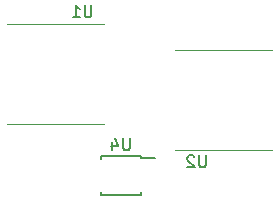
<source format=gbo>
G04 #@! TF.FileFunction,Legend,Bot*
%FSLAX46Y46*%
G04 Gerber Fmt 4.6, Leading zero omitted, Abs format (unit mm)*
G04 Created by KiCad (PCBNEW 4.0.7-e0-6372~58~ubuntu16.10.1) date Sun Sep 17 16:24:02 2017*
%MOMM*%
%LPD*%
G01*
G04 APERTURE LIST*
%ADD10C,0.100000*%
%ADD11C,0.150000*%
%ADD12C,0.120000*%
G04 APERTURE END LIST*
D10*
D11*
X28675000Y-21325000D02*
X28675000Y-21500000D01*
X25325000Y-21325000D02*
X25325000Y-21575000D01*
X25325000Y-24675000D02*
X25325000Y-24425000D01*
X28675000Y-24675000D02*
X28675000Y-24425000D01*
X28675000Y-21325000D02*
X25325000Y-21325000D01*
X28675000Y-24675000D02*
X25325000Y-24675000D01*
X28675000Y-21500000D02*
X29925000Y-21500000D01*
D12*
X25600000Y-10200000D02*
X17400000Y-10200000D01*
X25600000Y-18600000D02*
X17400000Y-18600000D01*
X31600000Y-20800000D02*
X39800000Y-20800000D01*
X31600000Y-12400000D02*
X39800000Y-12400000D01*
D11*
X27761905Y-19852381D02*
X27761905Y-20661905D01*
X27714286Y-20757143D01*
X27666667Y-20804762D01*
X27571429Y-20852381D01*
X27380952Y-20852381D01*
X27285714Y-20804762D01*
X27238095Y-20757143D01*
X27190476Y-20661905D01*
X27190476Y-19852381D01*
X26285714Y-20185714D02*
X26285714Y-20852381D01*
X26523810Y-19804762D02*
X26761905Y-20519048D01*
X26142857Y-20519048D01*
X24511905Y-8602381D02*
X24511905Y-9411905D01*
X24464286Y-9507143D01*
X24416667Y-9554762D01*
X24321429Y-9602381D01*
X24130952Y-9602381D01*
X24035714Y-9554762D01*
X23988095Y-9507143D01*
X23940476Y-9411905D01*
X23940476Y-8602381D01*
X22940476Y-9602381D02*
X23511905Y-9602381D01*
X23226191Y-9602381D02*
X23226191Y-8602381D01*
X23321429Y-8745238D01*
X23416667Y-8840476D01*
X23511905Y-8888095D01*
X34211905Y-21302381D02*
X34211905Y-22111905D01*
X34164286Y-22207143D01*
X34116667Y-22254762D01*
X34021429Y-22302381D01*
X33830952Y-22302381D01*
X33735714Y-22254762D01*
X33688095Y-22207143D01*
X33640476Y-22111905D01*
X33640476Y-21302381D01*
X33211905Y-21397619D02*
X33164286Y-21350000D01*
X33069048Y-21302381D01*
X32830952Y-21302381D01*
X32735714Y-21350000D01*
X32688095Y-21397619D01*
X32640476Y-21492857D01*
X32640476Y-21588095D01*
X32688095Y-21730952D01*
X33259524Y-22302381D01*
X32640476Y-22302381D01*
M02*

</source>
